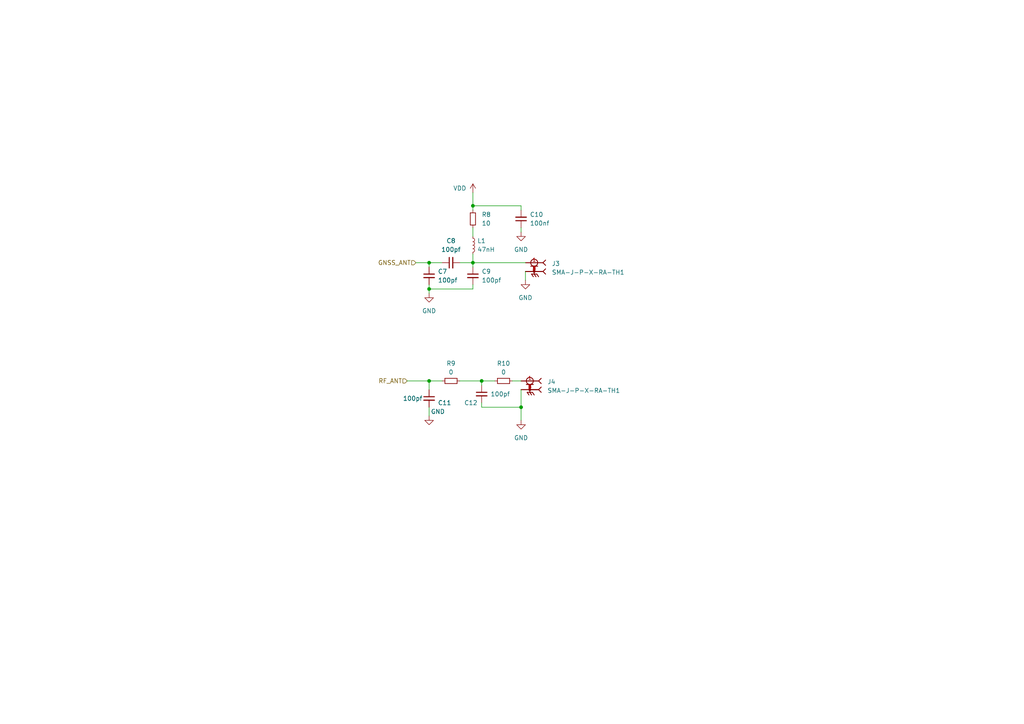
<source format=kicad_sch>
(kicad_sch (version 20230121) (generator eeschema)
  (paper "A4")
  (lib_symbols
    (symbol "Device:C_Small" (pin_numbers hide) (pin_names (offset 0.254) hide)
      (property "Reference" "C" (at 0.254 1.778 0))
      (property "Value" "C_Small" (at 0.254 -2.032 0))
      (symbol "C_Small_0_1"
        (polyline (pts (xy -1.524 -0.508) (xy 1.524 -0.508)) (stroke (width 0.3302)))
        (polyline (pts (xy -1.524 0.508) (xy 1.524 0.508)) (stroke (width 0.3048)))
      )
      (symbol "C_Small_1_1"
        (pin passive line (at 0 2.54 270) (length 2.032) (name "~") (number "1"))
        (pin passive line (at 0 -2.54 90) (length 2.032) (name "~") (number "2"))
      )
    )
    (symbol "Device:L_Small" (pin_numbers hide) (pin_names (offset 0.254) hide)
      (property "Reference" "L" (at 0.762 1.016 0))
      (property "Value" "L_Small" (at 0.762 -1.016 0))
      (symbol "L_Small_0_1"
        (arc (start 0 -2.032) (mid 0.5058 -1.524) (end 0 -1.016))
        (arc (start 0 -1.016) (mid 0.5058 -0.508) (end 0 0))
        (arc (start 0 0) (mid 0.5058 0.508) (end 0 1.016))
        (arc (start 0 1.016) (mid 0.5058 1.524) (end 0 2.032))
      )
      (symbol "L_Small_1_1"
        (pin passive line (at 0 2.54 270) (length 0.508) (name "~") (number "1"))
        (pin passive line (at 0 -2.54 90) (length 0.508) (name "~") (number "2"))
      )
    )
    (symbol "Device:R_Small" (pin_numbers hide) (pin_names (offset 0.254) hide)
      (property "Reference" "R" (at 0.762 0.508 0))
      (property "Value" "R_Small" (at 0.762 -1.016 0))
      (symbol "R_Small_0_1"
        (rectangle (start -0.762 1.778) (end 0.762 -1.778) (stroke (width 0.2032)))
      )
      (symbol "R_Small_1_1"
        (pin passive line (at 0 2.54 270) (length 0.762) (name "~") (number "1"))
        (pin passive line (at 0 -2.54 90) (length 0.762) (name "~") (number "2"))
      )
    )
    (symbol "SMA-J-P-X-RA-TH1:SMA-J-P-X-RA-TH1" (pin_names (offset 1.016))
      (property "Reference" "J" (at -3.81 4.064 0))
      (property "Value" "SMA-J-P-X-RA-TH1" (at -4.064 -4.318 0))
      (symbol "SMA-J-P-X-RA-TH1_0_0"
        (polyline (pts (xy -3.302 -0.762) (xy -2.54 0)) (stroke (width 0.254)))
        (polyline (pts (xy -3.302 0.762) (xy -2.54 0)) (stroke (width 0.254)))
        (polyline (pts (xy -3.302 1.778) (xy -2.54 2.54)) (stroke (width 0.254)))
        (polyline (pts (xy -3.302 3.302) (xy -2.54 2.54)) (stroke (width 0.254)))
        (polyline (pts (xy -2.54 0) (xy 0 0)) (stroke (width 0.254)))
        (polyline (pts (xy -2.54 2.54) (xy 2.54 2.54)) (stroke (width 0.254)))
        (polyline (pts (xy -1.016 1.524) (xy 0 1.524)) (stroke (width 0.254)))
        (polyline (pts (xy -0.762 -0.762) (xy -1.27 -1.524)) (stroke (width 0.254)))
        (polyline (pts (xy 0 -0.762) (xy -0.762 -0.762)) (stroke (width 0.254)))
        (polyline (pts (xy 0 -0.762) (xy -0.508 -1.524)) (stroke (width 0.254)))
        (polyline (pts (xy 0 -0.762) (xy 0.762 -0.762)) (stroke (width 0.254)))
        (polyline (pts (xy 0 0) (xy -2.286 0)) (stroke (width 0.254)))
        (polyline (pts (xy 0 0) (xy 0 -0.762)) (stroke (width 0.254)))
        (polyline (pts (xy 0 1.524) (xy 0 0)) (stroke (width 0.254)))
        (polyline (pts (xy 0 1.524) (xy 1.016 1.524)) (stroke (width 0.254)))
        (polyline (pts (xy 0.762 -0.762) (xy 0.254 -1.524)) (stroke (width 0.254)))
        (polyline (pts (xy 2.54 0) (xy 0 0)) (stroke (width 0.254)))
        (circle (center 0 0) (radius 0.254) (stroke (width 0.254)))
        (circle (center 0 2.54) (radius 1.016) (stroke (width 0.254)))
        (pin passive line (at 2.54 2.54 180) (length 5.08) (name "~") (number "1"))
        (pin passive line (at 2.54 0 180) (length 5.08) (name "~") (number "2"))
        (pin passive line (at 2.54 0 180) (length 5.08) (name "~") (number "3"))
        (pin passive line (at 2.54 0 180) (length 5.08) (name "~") (number "4"))
        (pin passive line (at 2.54 0 180) (length 5.08) (name "~") (number "5"))
      )
    )
    (symbol "power:GND" (power) (pin_names (offset 0))
      (property "Value" "GND" (at 0 -3.81 0))
      (symbol "GND_0_1"
        (polyline (pts (xy 0 0) (xy 0 -1.27) (xy 1.27 -1.27) (xy 0 -2.54) (xy -1.27 -1.27) (xy 0 -1.27)))
      )
      (symbol "GND_1_1"
        (pin power_in line (at 0 0 270) (length 0) hide (name "GND") (number "1"))
      )
    )
    (symbol "power:VDD" (power) (pin_names (offset 0))
      (property "Value" "VDD" (at 0 3.81 0))
      (symbol "VDD_0_1"
        (polyline (pts (xy -0.762 1.27) (xy 0 2.54)))
        (polyline (pts (xy 0 0) (xy 0 2.54)))
        (polyline (pts (xy 0 2.54) (xy 0.762 1.27)))
      )
      (symbol "VDD_1_1"
        (pin power_in line (at 0 0 90) (length 0) hide (name "VDD") (number "1"))
      )
    )
  )
  (junction (at 124.46 83.82))
  (junction (at 151.13 118.11))
  (junction (at 139.7 110.49))
  (junction (at 137.16 59.69))
  (junction (at 124.46 110.49))
  (junction (at 124.46 76.2))
  (junction (at 137.16 76.2))
  (wire (pts (xy 152.4 78.74) (xy 152.4 81.28)))
  (wire (pts (xy 137.16 55.88) (xy 137.16 59.69)))
  (wire (pts (xy 139.7 118.11) (xy 151.13 118.11)))
  (wire (pts (xy 118.11 110.49) (xy 124.46 110.49)))
  (wire (pts (xy 151.13 66.04) (xy 151.13 67.31)))
  (wire (pts (xy 139.7 118.11) (xy 139.7 116.84)))
  (wire (pts (xy 137.16 60.96) (xy 137.16 59.69)))
  (wire (pts (xy 120.65 76.2) (xy 124.46 76.2)))
  (wire (pts (xy 124.46 76.2) (xy 128.27 76.2)))
  (wire (pts (xy 137.16 83.82) (xy 124.46 83.82)))
  (wire (pts (xy 151.13 59.69) (xy 151.13 60.96)))
  (wire (pts (xy 151.13 118.11) (xy 151.13 121.92)))
  (wire (pts (xy 137.16 59.69) (xy 151.13 59.69)))
  (wire (pts (xy 137.16 76.2) (xy 152.4 76.2)))
  (wire (pts (xy 124.46 118.11) (xy 124.46 120.65)))
  (wire (pts (xy 139.7 110.49) (xy 139.7 111.76)))
  (wire (pts (xy 133.35 110.49) (xy 139.7 110.49)))
  (wire (pts (xy 151.13 113.03) (xy 151.13 118.11)))
  (wire (pts (xy 137.16 83.82) (xy 137.16 82.55)))
  (wire (pts (xy 124.46 83.82) (xy 124.46 85.09)))
  (wire (pts (xy 124.46 83.82) (xy 124.46 82.55)))
  (wire (pts (xy 148.59 110.49) (xy 151.13 110.49)))
  (wire (pts (xy 137.16 66.04) (xy 137.16 68.58)))
  (wire (pts (xy 133.35 76.2) (xy 137.16 76.2)))
  (wire (pts (xy 124.46 110.49) (xy 124.46 113.03)))
  (wire (pts (xy 139.7 110.49) (xy 143.51 110.49)))
  (wire (pts (xy 137.16 76.2) (xy 137.16 77.47)))
  (wire (pts (xy 124.46 77.47) (xy 124.46 76.2)))
  (wire (pts (xy 124.46 110.49) (xy 128.27 110.49)))
  (wire (pts (xy 137.16 73.66) (xy 137.16 76.2)))
  (hierarchical_label "RF_ANT" (shape input) (at 118.11 110.49 180))
  (hierarchical_label "GNSS_ANT" (shape input) (at 120.65 76.2 180))
  (symbol (lib_id "power:GND") (at 151.13 67.31 0) (unit 1)
    (property "Reference" "#PWR013" (effects hide))
    (property "Value" "GND" (at 151.13 72.39 0))
    (instances (project "modulo_sim7080G" (path "" (reference "#PWR013") (unit 1)) (path "" (reference "#PWR036") (unit 1))))
  )
  (symbol (lib_id "Device:R_Small") (at 137.16 63.5 0) (unit 1)
    (property "Reference" "R8" (at 139.7 62.2299 0) (effects (justify left)))
    (property "Value" "10" (at 139.7 64.7699 0) (effects (justify left)))
    (property "Footprint" "Resistor_SMD:R_0402_1005Metric" (effects hide))
  )
  (symbol (lib_id "Device:R_Small") (at 130.81 110.49 90) (unit 1)
    (property "Reference" "R9" (at 130.81 105.41 90))
    (property "Value" "0" (at 130.81 107.95 90))
    (property "Footprint" "Resistor_SMD:R_0402_1005Metric" (effects hide))
  )
  (symbol (lib_id "Device:C_Small") (at 151.13 63.5 180) (unit 1)
    (property "Reference" "C10" (at 153.67 62.2235 0) (effects (justify right)))
    (property "Value" "100nf" (at 153.67 64.7635 0) (effects (justify right)))
    (property "Footprint" "Capacitor_SMD:C_0402_1005Metric" (effects hide))
  )
  (symbol (lib_id "Device:C_Small") (at 137.16 80.01 0) (unit 1)
    (property "Reference" "C9" (at 139.7 78.7462 0) (effects (justify left)))
    (property "Value" "100pf" (at 139.7 81.2862 0) (effects (justify left)))
    (property "Footprint" "Capacitor_SMD:C_0402_1005Metric" (effects hide))
  )
  (symbol (lib_id "Device:C_Small") (at 124.46 80.01 0) (unit 1)
    (property "Reference" "C7" (at 127 78.7462 0) (effects (justify left)))
    (property "Value" "100pf" (at 127 81.2862 0) (effects (justify left)))
    (property "Footprint" "Capacitor_SMD:C_0402_1005Metric" (effects hide))
  )
  (symbol (lib_id "SMA-J-P-X-RA-TH1:SMA-J-P-X-RA-TH1") (at 154.94 78.74 0) (mirror y) (unit 1)
    (property "Reference" "J3" (at 160.02 76.4539 0) (effects (justify right)))
    (property "Value" "SMA-J-P-X-RA-TH1" (at 160.02 78.9939 0) (effects (justify right)))
    (property "Footprint" "SMA-J-P-X-RA-TH1:SAMTEC_SMA-J-P-X-RA-TH1" (effects hide))
    (property "PARTREV" "K" (effects hide))
    (property "MANUFACTURER" "Samtec" (effects hide))
    (property "MAXIMUM_PACKAGE_HEIGHT" "9.86mm" (effects hide))
    (property "STANDARD" "Manufacturer Recommendations" (effects hide))
  )
  (symbol (lib_id "power:GND") (at 152.4 81.28 0) (unit 1)
    (property "Reference" "#PWR014" (effects hide))
    (property "Value" "GND" (at 152.4 86.36 0))
    (instances (project "modulo_sim7080G" (path "" (reference "#PWR014") (unit 1)) (path "" (reference "#PWR037") (unit 1))))
  )
  (symbol (lib_id "Device:C_Small") (at 139.7 114.3 0) (unit 1)
    (property "Reference" "C12" (at 134.62 116.84 0) (effects (justify left)))
    (property "Value" "100pf" (at 142.24 114.3 0) (effects (justify left)))
    (property "Footprint" "Capacitor_SMD:C_0402_1005Metric" (effects hide))
  )
  (symbol (lib_id "Device:C_Small") (at 124.46 115.57 0) (unit 1)
    (property "Reference" "C11" (at 127 116.84 0) (effects (justify left)))
    (property "Value" "100pf" (at 116.84 115.57 0) (effects (justify left)))
    (property "Footprint" "Capacitor_SMD:C_0402_1005Metric" (effects hide))
  )
  (symbol (lib_id "Device:L_Small") (at 137.16 71.12 0) (unit 1)
    (property "Reference" "L1" (at 138.43 69.8499 0) (effects (justify left)))
    (property "Value" "47nH" (at 138.43 72.3899 0) (effects (justify left)))
    (property "Footprint" "Inductor_SMD:L_0805_2012Metric" (effects hide))
  )
  (symbol (lib_id "power:GND") (at 124.46 120.65 0) (unit 1)
    (property "Reference" "#PWR016" (effects hide))
    (property "Value" "GND" (at 127 119.38 0))
    (instances (project "modulo_sim7080G" (path "" (reference "#PWR016") (unit 1)) (path "" (reference "#PWR012") (unit 1))))
  )
  (symbol (lib_id "power:VDD") (at 137.16 55.88 0) (unit 1)
    (property "Reference" "#PWR015" (effects hide))
    (property "Value" "VDD" (at 133.35 54.61 0))
    (instances (project "modulo_sim7080G" (path "" (reference "#PWR015") (unit 1)) (path "" (reference "#PWR035") (unit 1))))
  )
  (symbol (lib_id "Device:C_Small") (at 130.81 76.2 90) (unit 1)
    (property "Reference" "C8" (at 130.8163 69.85 90))
    (property "Value" "100pf" (at 130.8163 72.39 90))
    (property "Footprint" "Capacitor_SMD:C_0402_1005Metric" (effects hide))
  )
  (symbol (lib_id "power:GND") (at 124.46 85.09 0) (unit 1)
    (property "Reference" "#PWR012" (effects hide))
    (property "Value" "GND" (at 124.46 90.17 0))
    (instances (project "modulo_sim7080G" (path "" (reference "#PWR012") (unit 1)) (path "" (reference "#PWR029") (unit 1))))
  )
  (symbol (lib_id "Device:R_Small") (at 146.05 110.49 90) (unit 1)
    (property "Reference" "R10" (at 146.05 105.41 90))
    (property "Value" "0" (at 146.05 107.95 90))
    (property "Footprint" "Resistor_SMD:R_0402_1005Metric" (effects hide))
  )
  (symbol (lib_id "power:GND") (at 151.13 121.92 0) (unit 1)
    (property "Reference" "#PWR017" (effects hide))
    (property "Value" "GND" (at 151.13 127 0))
    (instances (project "modulo_sim7080G" (path "" (reference "#PWR017") (unit 1)) (path "" (reference "#PWR013") (unit 1))))
  )
  (symbol (lib_id "SMA-J-P-X-RA-TH1:SMA-J-P-X-RA-TH1") (at 153.67 113.03 0) (mirror y) (unit 1)
    (property "Reference" "J4" (at 158.75 110.7439 0) (effects (justify right)))
    (property "Value" "SMA-J-P-X-RA-TH1" (at 158.75 113.2839 0) (effects (justify right)))
    (property "Footprint" "SMA-J-P-X-RA-TH1:SAMTEC_SMA-J-P-X-RA-TH1" (effects hide))
    (property "PARTREV" "K" (effects hide))
    (property "MANUFACTURER" "Samtec" (effects hide))
    (property "MAXIMUM_PACKAGE_HEIGHT" "9.86mm" (effects hide))
    (property "STANDARD" "Manufacturer Recommendations" (effects hide))
  )
)
</source>
